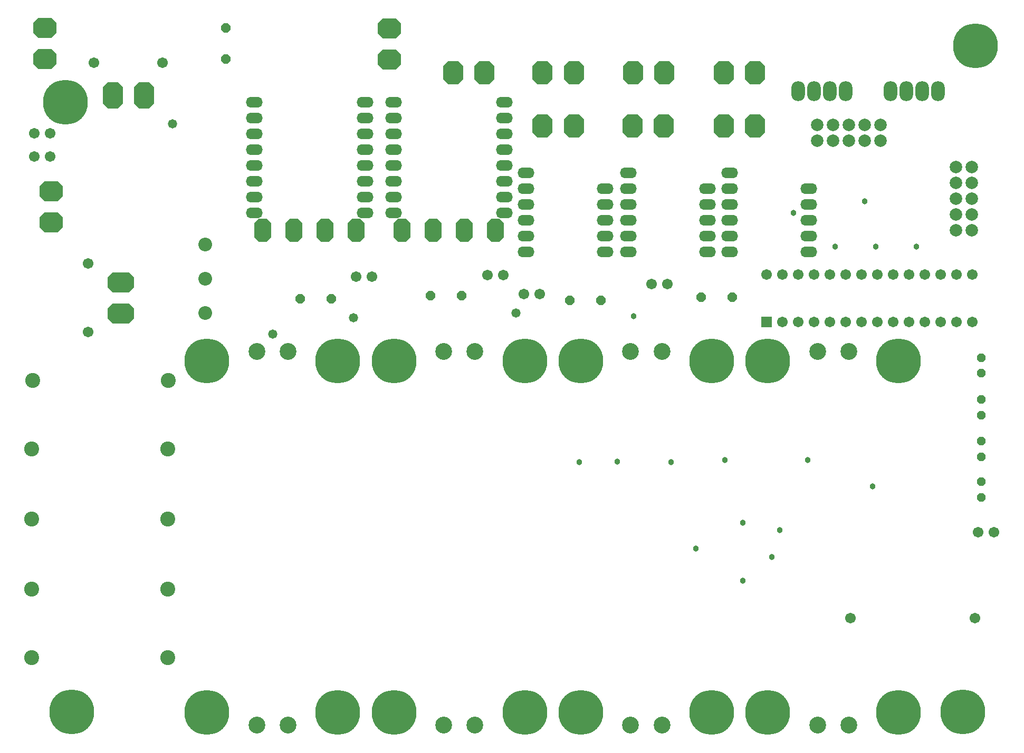
<source format=gbs>
G04 Layer_Color=16711935*
%FSAX25Y25*%
%MOIN*%
G70*
G01*
G75*
G04:AMPARAMS|DCode=72|XSize=126.11mil|YSize=165.48mil|CornerRadius=0mil|HoleSize=0mil|Usage=FLASHONLY|Rotation=0.000|XOffset=0mil|YOffset=0mil|HoleType=Round|Shape=Octagon|*
%AMOCTAGOND72*
4,1,8,-0.03153,0.08274,0.03153,0.08274,0.06306,0.05121,0.06306,-0.05121,0.03153,-0.08274,-0.03153,-0.08274,-0.06306,-0.05121,-0.06306,0.05121,-0.03153,0.08274,0.0*
%
%ADD72OCTAGOND72*%

G04:AMPARAMS|DCode=73|XSize=126.11mil|YSize=165.48mil|CornerRadius=0mil|HoleSize=0mil|Usage=FLASHONLY|Rotation=90.000|XOffset=0mil|YOffset=0mil|HoleType=Round|Shape=Octagon|*
%AMOCTAGOND73*
4,1,8,-0.08274,-0.03153,-0.08274,0.03153,-0.05121,0.06306,0.05121,0.06306,0.08274,0.03153,0.08274,-0.03153,0.05121,-0.06306,-0.05121,-0.06306,-0.08274,-0.03153,0.0*
%
%ADD73OCTAGOND73*%

%ADD74C,0.10642*%
%ADD75C,0.07887*%
G04:AMPARAMS|DCode=76|XSize=126.11mil|YSize=145.79mil|CornerRadius=0mil|HoleSize=0mil|Usage=FLASHONLY|Rotation=90.000|XOffset=0mil|YOffset=0mil|HoleType=Round|Shape=Octagon|*
%AMOCTAGOND76*
4,1,8,-0.07290,-0.03153,-0.07290,0.03153,-0.04137,0.06306,0.04137,0.06306,0.07290,0.03153,0.07290,-0.03153,0.04137,-0.06306,-0.04137,-0.06306,-0.07290,-0.03153,0.0*
%
%ADD76OCTAGOND76*%

%ADD77P,0.06278X8X112.5*%
%ADD78C,0.09461*%
%ADD79O,0.10642X0.06706*%
G04:AMPARAMS|DCode=80|XSize=106.42mil|YSize=145.79mil|CornerRadius=0mil|HoleSize=0mil|Usage=FLASHONLY|Rotation=180.000|XOffset=0mil|YOffset=0mil|HoleType=Round|Shape=Octagon|*
%AMOCTAGOND80*
4,1,8,0.02661,-0.07290,-0.02661,-0.07290,-0.05321,-0.04629,-0.05321,0.04629,-0.02661,0.07290,0.02661,0.07290,0.05321,0.04629,0.05321,-0.04629,0.02661,-0.07290,0.0*
%
%ADD80OCTAGOND80*%

%ADD81C,0.08674*%
%ADD82P,0.06278X8X22.5*%
G04:AMPARAMS|DCode=83|XSize=126.11mil|YSize=145.79mil|CornerRadius=0mil|HoleSize=0mil|Usage=FLASHONLY|Rotation=180.000|XOffset=0mil|YOffset=0mil|HoleType=Round|Shape=Octagon|*
%AMOCTAGOND83*
4,1,8,0.03153,-0.07290,-0.03153,-0.07290,-0.06306,-0.04137,-0.06306,0.04137,-0.03153,0.07290,0.03153,0.07290,0.06306,0.04137,0.06306,-0.04137,0.03153,-0.07290,0.0*
%
%ADD83OCTAGOND83*%

%ADD84C,0.06706*%
%ADD85R,0.06706X0.06706*%
%ADD86P,0.05737X8X112.5*%
%ADD87O,0.08674X0.12611*%
%ADD88C,0.03800*%
%ADD89C,0.28359*%
%ADD90C,0.05800*%
D72*
X0161017Y0422043D02*
D03*
X0180702D02*
D03*
D73*
X0165900Y0284057D02*
D03*
Y0303743D02*
D03*
D74*
X0625984Y0259842D02*
D03*
Y0023622D02*
D03*
X0606299Y0259842D02*
D03*
Y0023622D02*
D03*
X0271654Y0259842D02*
D03*
Y0023622D02*
D03*
X0251969Y0259842D02*
D03*
Y0023622D02*
D03*
X0389764Y0259842D02*
D03*
Y0023622D02*
D03*
X0370079Y0259842D02*
D03*
Y0023622D02*
D03*
X0507874Y0259842D02*
D03*
Y0023622D02*
D03*
X0488189Y0259842D02*
D03*
Y0023622D02*
D03*
D75*
X0646100Y0403200D02*
D03*
X0636100D02*
D03*
X0626100D02*
D03*
X0616100D02*
D03*
X0606100D02*
D03*
X0646100Y0393200D02*
D03*
X0636100D02*
D03*
X0626100D02*
D03*
X0616100D02*
D03*
X0606100D02*
D03*
X0703600Y0336700D02*
D03*
Y0346700D02*
D03*
Y0356700D02*
D03*
Y0366700D02*
D03*
Y0376700D02*
D03*
X0693600Y0336700D02*
D03*
Y0346700D02*
D03*
Y0356700D02*
D03*
Y0366700D02*
D03*
Y0376700D02*
D03*
D76*
X0118110Y0444882D02*
D03*
Y0464567D02*
D03*
X0335600Y0444515D02*
D03*
Y0464200D02*
D03*
X0122047Y0361221D02*
D03*
Y0341535D02*
D03*
D77*
X0232277Y0444877D02*
D03*
Y0464562D02*
D03*
D78*
X0109843Y0066339D02*
D03*
X0195669D02*
D03*
X0109843Y0109646D02*
D03*
X0195669D02*
D03*
X0109843Y0153937D02*
D03*
X0195669D02*
D03*
X0109843Y0198228D02*
D03*
X0195669D02*
D03*
X0110236Y0241732D02*
D03*
X0196063D02*
D03*
D79*
X0320378Y0347638D02*
D03*
Y0357638D02*
D03*
Y0367638D02*
D03*
Y0377638D02*
D03*
Y0387638D02*
D03*
Y0397638D02*
D03*
X0250378D02*
D03*
Y0387638D02*
D03*
Y0367638D02*
D03*
Y0377638D02*
D03*
Y0357638D02*
D03*
Y0347638D02*
D03*
X0320378Y0407638D02*
D03*
Y0417638D02*
D03*
X0250378Y0407638D02*
D03*
Y0417638D02*
D03*
X0408319Y0347638D02*
D03*
Y0357638D02*
D03*
Y0367638D02*
D03*
Y0377638D02*
D03*
Y0387638D02*
D03*
Y0397638D02*
D03*
X0338319D02*
D03*
Y0387638D02*
D03*
Y0367638D02*
D03*
Y0377638D02*
D03*
Y0357638D02*
D03*
Y0347638D02*
D03*
X0408319Y0407638D02*
D03*
Y0417638D02*
D03*
X0338319Y0407638D02*
D03*
Y0417638D02*
D03*
X0472000Y0322835D02*
D03*
D03*
Y0332835D02*
D03*
Y0342835D02*
D03*
Y0352835D02*
D03*
Y0362835D02*
D03*
X0422000Y0372835D02*
D03*
Y0362835D02*
D03*
Y0342835D02*
D03*
Y0352835D02*
D03*
Y0332835D02*
D03*
Y0322835D02*
D03*
X0536803D02*
D03*
D03*
Y0332835D02*
D03*
Y0342835D02*
D03*
Y0352835D02*
D03*
Y0362835D02*
D03*
X0486803Y0372835D02*
D03*
Y0362835D02*
D03*
Y0342835D02*
D03*
Y0352835D02*
D03*
Y0332835D02*
D03*
Y0322835D02*
D03*
X0600606D02*
D03*
D03*
Y0332835D02*
D03*
Y0342835D02*
D03*
Y0352835D02*
D03*
Y0362835D02*
D03*
X0550606Y0372835D02*
D03*
Y0362835D02*
D03*
Y0342835D02*
D03*
Y0352835D02*
D03*
Y0332835D02*
D03*
Y0322835D02*
D03*
D80*
X0314866Y0336614D02*
D03*
X0295181D02*
D03*
X0275496D02*
D03*
X0255811D02*
D03*
X0402807D02*
D03*
X0383122D02*
D03*
X0363437D02*
D03*
X0343752D02*
D03*
D81*
X0219488Y0284252D02*
D03*
Y0305906D02*
D03*
Y0327559D02*
D03*
D82*
X0298898Y0293307D02*
D03*
X0279213D02*
D03*
X0381386Y0295307D02*
D03*
X0361701D02*
D03*
X0469285Y0292200D02*
D03*
X0449600D02*
D03*
X0552285Y0294200D02*
D03*
X0532600D02*
D03*
D83*
X0375915Y0436200D02*
D03*
X0395600D02*
D03*
X0432535Y0402559D02*
D03*
X0452220D02*
D03*
X0432535Y0436200D02*
D03*
X0452220D02*
D03*
X0489339Y0402559D02*
D03*
X0509024D02*
D03*
X0489732Y0436200D02*
D03*
X0509417D02*
D03*
X0547110Y0402559D02*
D03*
X0566795D02*
D03*
X0547110Y0436200D02*
D03*
X0566795D02*
D03*
D84*
X0324600Y0307200D02*
D03*
X0314600D02*
D03*
X0407600Y0308200D02*
D03*
X0397600D02*
D03*
X0430600Y0296200D02*
D03*
X0420600D02*
D03*
X0511299Y0302476D02*
D03*
X0501299D02*
D03*
X0121221Y0383465D02*
D03*
X0111221D02*
D03*
X0121221Y0398130D02*
D03*
X0111221D02*
D03*
X0583970Y0278700D02*
D03*
X0593970D02*
D03*
X0603970D02*
D03*
X0613970D02*
D03*
X0623970D02*
D03*
X0633970D02*
D03*
X0643970D02*
D03*
X0653970D02*
D03*
X0663970D02*
D03*
X0673970D02*
D03*
X0683970D02*
D03*
X0693970D02*
D03*
X0703970D02*
D03*
X0573970Y0308700D02*
D03*
X0583970D02*
D03*
X0593970D02*
D03*
X0603970D02*
D03*
X0613970D02*
D03*
X0623970D02*
D03*
X0633970D02*
D03*
X0643970D02*
D03*
X0653970D02*
D03*
X0663970D02*
D03*
X0673970D02*
D03*
X0683970D02*
D03*
X0693970D02*
D03*
X0703970D02*
D03*
X0626954Y0091200D02*
D03*
X0705694D02*
D03*
X0717868Y0145665D02*
D03*
X0707868D02*
D03*
X0192513Y0442515D02*
D03*
X0149206D02*
D03*
X0145428Y0315553D02*
D03*
Y0272247D02*
D03*
D85*
X0573970Y0278700D02*
D03*
D86*
X0709600Y0246200D02*
D03*
Y0256043D02*
D03*
Y0219700D02*
D03*
Y0229542D02*
D03*
Y0193358D02*
D03*
Y0203200D02*
D03*
X0709700Y0167657D02*
D03*
Y0177500D02*
D03*
D87*
X0624175Y0424500D02*
D03*
X0614175D02*
D03*
X0604175D02*
D03*
X0594175D02*
D03*
X0682277Y0424499D02*
D03*
X0672277D02*
D03*
X0662277D02*
D03*
X0652277D02*
D03*
D88*
X0641100Y0174700D02*
D03*
X0455850Y0189950D02*
D03*
X0600100Y0191200D02*
D03*
X0547600D02*
D03*
X0489980Y0282299D02*
D03*
X0529262Y0135276D02*
D03*
X0479562Y0190176D02*
D03*
X0513662Y0190076D02*
D03*
X0558962Y0151476D02*
D03*
Y0114976D02*
D03*
X0582462Y0146976D02*
D03*
X0577462Y0129976D02*
D03*
X0591000Y0347700D02*
D03*
X0636000Y0355100D02*
D03*
X0642900Y0326300D02*
D03*
X0617400D02*
D03*
X0668795Y0326200D02*
D03*
D89*
X0657480Y0031496D02*
D03*
Y0253937D02*
D03*
X0574803D02*
D03*
Y0031496D02*
D03*
X0303150D02*
D03*
Y0253937D02*
D03*
X0220472D02*
D03*
Y0031496D02*
D03*
X0421260D02*
D03*
Y0253937D02*
D03*
X0338583D02*
D03*
Y0031496D02*
D03*
X0539370D02*
D03*
Y0253937D02*
D03*
X0456693D02*
D03*
Y0031496D02*
D03*
X0135033Y0031885D02*
D03*
X0698025D02*
D03*
X0705899Y0453145D02*
D03*
X0131096Y0417712D02*
D03*
D90*
X0312882Y0281331D02*
D03*
X0198819Y0404134D02*
D03*
X0261898Y0270866D02*
D03*
X0415600Y0284200D02*
D03*
M02*

</source>
